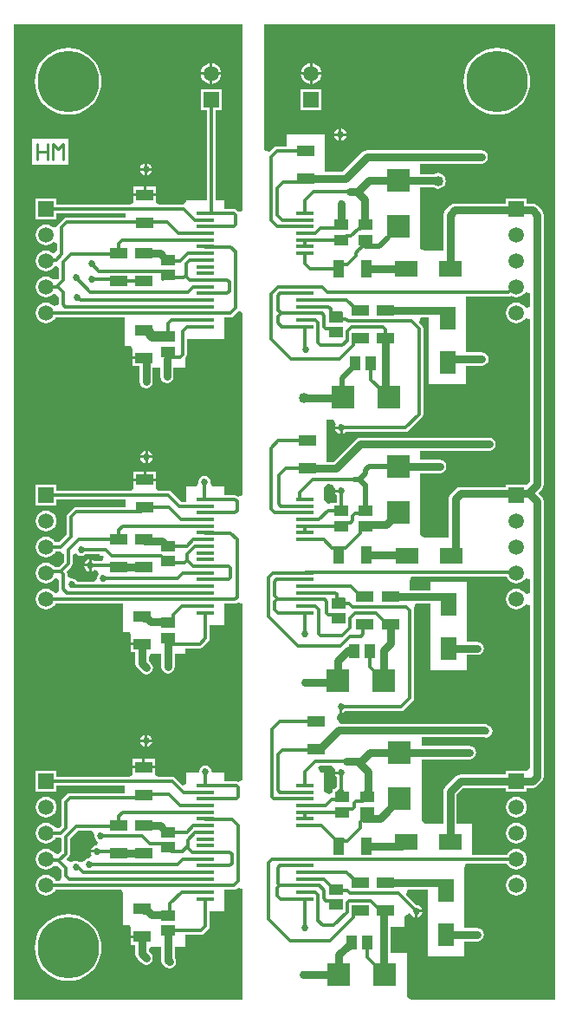
<source format=gtl>
G04*
G04 #@! TF.GenerationSoftware,Altium Limited,Altium Designer,20.2.3 (150)*
G04*
G04 Layer_Physical_Order=1*
G04 Layer_Color=255*
%FSLAX25Y25*%
%MOIN*%
G70*
G04*
G04 #@! TF.SameCoordinates,9B11B327-6EB5-4971-87C7-186C775F7969*
G04*
G04*
G04 #@! TF.FilePolarity,Positive*
G04*
G01*
G75*
%ADD12C,0.01000*%
%ADD13R,0.05512X0.04331*%
%ADD14R,0.04331X0.05512*%
%ADD15R,0.09055X0.09055*%
%ADD16R,0.09055X0.09055*%
%ADD17R,0.06693X0.04331*%
%ADD18R,0.06102X0.09055*%
%ADD19R,0.09055X0.06102*%
%ADD20R,0.04331X0.06693*%
%ADD21R,0.06575X0.01772*%
%ADD35C,0.03000*%
%ADD36C,0.01300*%
%ADD37C,0.02000*%
%ADD38C,0.04000*%
%ADD39C,0.05906*%
%ADD40R,0.05906X0.05906*%
%ADD41C,0.23622*%
%ADD42C,0.02700*%
%ADD43C,0.04000*%
G36*
X452500Y100000D02*
X396983D01*
X395386Y100972D01*
Y118028D01*
X389049D01*
Y128020D01*
X394346D01*
Y131800D01*
X396346Y133233D01*
X396786Y133083D01*
X397306Y132306D01*
X398083Y131786D01*
X398500Y131703D01*
Y134000D01*
X399000D01*
Y134500D01*
X401297D01*
X401214Y134917D01*
X400694Y135694D01*
X399917Y136214D01*
X399000Y136396D01*
X398986Y136393D01*
X395113Y140266D01*
X395942Y142266D01*
X403449D01*
Y133437D01*
Y116508D01*
X417551D01*
Y122451D01*
X422500D01*
X423476Y122645D01*
X424302Y123198D01*
X424855Y124024D01*
X425049Y125000D01*
X424855Y125976D01*
X424302Y126802D01*
X423476Y127355D01*
X422500Y127549D01*
X417551D01*
Y133437D01*
Y150492D01*
X417551D01*
X417964Y152321D01*
X433917D01*
X434047Y152007D01*
X434681Y151181D01*
X435507Y150547D01*
X436468Y150149D01*
X437500Y150013D01*
X438532Y150149D01*
X439493Y150547D01*
X440319Y151181D01*
X440953Y152007D01*
X441351Y152968D01*
X441487Y154000D01*
X441351Y155032D01*
X440953Y155993D01*
X440319Y156819D01*
X439493Y157453D01*
X438532Y157851D01*
X437500Y157987D01*
X436468Y157851D01*
X435507Y157453D01*
X434681Y156819D01*
X434047Y155993D01*
X433920Y155686D01*
X420492D01*
Y167551D01*
X414514D01*
Y178909D01*
X417056Y181451D01*
X433547D01*
Y180047D01*
X441453D01*
Y181451D01*
X443743D01*
X444718Y181645D01*
X445545Y182198D01*
X447302Y183955D01*
X447855Y184782D01*
X448049Y185757D01*
Y291500D01*
X447855Y292476D01*
X447302Y293302D01*
X445855Y294750D01*
X447302Y296198D01*
X447855Y297024D01*
X448049Y298000D01*
Y401743D01*
X447855Y402718D01*
X447302Y403545D01*
X445545Y405302D01*
X444718Y405855D01*
X443743Y406049D01*
X441453D01*
Y407953D01*
X433547D01*
Y406049D01*
X413757D01*
X412782Y405855D01*
X411955Y405302D01*
X410198Y403545D01*
X409645Y402718D01*
X409451Y401743D01*
Y388051D01*
X402294D01*
X400528Y388614D01*
Y405669D01*
X400528D01*
Y406331D01*
X400528D01*
Y412309D01*
X405637D01*
X405849Y412146D01*
X406579Y411844D01*
X407362Y411741D01*
X408146Y411844D01*
X408875Y412146D01*
X409502Y412627D01*
X409983Y413254D01*
X410285Y413983D01*
X410388Y414767D01*
X410285Y415550D01*
X409983Y416280D01*
X409502Y416906D01*
X408875Y417387D01*
X408146Y417690D01*
X407362Y417793D01*
X406579Y417690D01*
X405898Y417407D01*
X400528D01*
Y421451D01*
X424000D01*
X424975Y421645D01*
X425802Y422198D01*
X426355Y423025D01*
X426549Y424000D01*
X426355Y424975D01*
X425802Y425802D01*
X424975Y426355D01*
X424000Y426549D01*
X380006D01*
X379030Y426355D01*
X378203Y425802D01*
X370635Y418234D01*
X363846D01*
Y420150D01*
Y432480D01*
X349153D01*
Y427997D01*
X345315D01*
X345315Y427997D01*
X344671Y427869D01*
X344125Y427505D01*
X342500Y425879D01*
X340500Y426708D01*
Y475000D01*
X452500D01*
Y100000D01*
D02*
G37*
G36*
X332000Y403404D02*
X331270Y402993D01*
X330500Y402855D01*
X329928Y403427D01*
X329382Y403792D01*
X328738Y403920D01*
X325134D01*
Y407138D01*
X321682D01*
Y442047D01*
X323953D01*
Y449953D01*
X316047D01*
Y442047D01*
X318318D01*
Y407138D01*
X310559D01*
Y406944D01*
X309500Y405682D01*
X300153D01*
X298847Y406150D01*
X298847Y407182D01*
Y408815D01*
X290154D01*
Y407182D01*
X290154Y406150D01*
X288847Y405682D01*
X260453D01*
Y407953D01*
X252547D01*
Y400047D01*
X260453D01*
Y402318D01*
X287154D01*
Y400682D01*
X264500D01*
X264500Y400682D01*
X263856Y400554D01*
X263310Y400190D01*
X263310Y400190D01*
X261310Y398190D01*
X260946Y397644D01*
X260870Y397262D01*
X260145Y396919D01*
X259319Y396819D01*
X258493Y397453D01*
X257532Y397851D01*
X256500Y397987D01*
X255468Y397851D01*
X254507Y397453D01*
X253681Y396819D01*
X253047Y395993D01*
X252649Y395032D01*
X252513Y394000D01*
X252649Y392968D01*
X253047Y392007D01*
X253681Y391181D01*
X254507Y390547D01*
X255468Y390149D01*
X256500Y390013D01*
X257532Y390149D01*
X258493Y390547D01*
X259319Y391181D01*
X260818Y390670D01*
Y387971D01*
X259535Y386805D01*
X259319Y386819D01*
X258493Y387453D01*
X257532Y387851D01*
X256500Y387987D01*
X255468Y387851D01*
X254507Y387453D01*
X253681Y386819D01*
X253047Y385993D01*
X252649Y385032D01*
X252513Y384000D01*
X252649Y382968D01*
X253047Y382007D01*
X253681Y381181D01*
X254507Y380547D01*
X255468Y380149D01*
X256500Y380013D01*
X257532Y380149D01*
X258493Y380547D01*
X259319Y381181D01*
X259818Y381831D01*
X260436Y381796D01*
X261292Y381423D01*
X261318Y381384D01*
Y377197D01*
X261093Y376972D01*
X259319Y376819D01*
X258493Y377453D01*
X257532Y377851D01*
X256500Y377987D01*
X255468Y377851D01*
X254507Y377453D01*
X253681Y376819D01*
X253047Y375993D01*
X252649Y375032D01*
X252513Y374000D01*
X252649Y372968D01*
X253047Y372007D01*
X253681Y371181D01*
X254507Y370547D01*
X255468Y370149D01*
X256500Y370013D01*
X257532Y370149D01*
X258493Y370547D01*
X259319Y371181D01*
X259818Y371237D01*
X261318Y369898D01*
Y367210D01*
X259900Y366724D01*
X259414Y366709D01*
X259389Y366728D01*
X259319Y366819D01*
X258493Y367453D01*
X257532Y367851D01*
X256500Y367987D01*
X255468Y367851D01*
X254507Y367453D01*
X253681Y366819D01*
X253047Y365993D01*
X252649Y365032D01*
X252513Y364000D01*
X252649Y362968D01*
X253047Y362007D01*
X253681Y361181D01*
X254507Y360547D01*
X255468Y360149D01*
X256500Y360013D01*
X257532Y360149D01*
X258493Y360547D01*
X259319Y361181D01*
X259953Y362007D01*
X260026Y362184D01*
X286653D01*
Y351150D01*
X289169D01*
X289653Y349850D01*
X289653D01*
Y347185D01*
X294000D01*
Y346185D01*
X289653D01*
Y343520D01*
X292451D01*
Y337500D01*
X292645Y336525D01*
X293198Y335698D01*
X294024Y335145D01*
X295000Y334951D01*
X295975Y335145D01*
X296802Y335698D01*
X297355Y336525D01*
X297549Y337500D01*
Y342882D01*
X300451D01*
Y339500D01*
X300645Y338525D01*
X301198Y337698D01*
X302025Y337145D01*
X303000Y336951D01*
X303976Y337145D01*
X304802Y337698D01*
X305355Y338525D01*
X305549Y339500D01*
Y342882D01*
X310256D01*
Y346910D01*
X310554Y347356D01*
X310682Y348000D01*
Y353862D01*
X325134D01*
Y356421D01*
Y358980D01*
Y362161D01*
X327343D01*
X327987Y362289D01*
X328533Y362653D01*
X330500Y364621D01*
X331270Y364483D01*
X332000Y364072D01*
Y293968D01*
X330500Y293346D01*
X330428Y293418D01*
X329882Y293783D01*
X329239Y293911D01*
X325134D01*
Y297138D01*
X320886D01*
X320613Y297358D01*
X319824Y298638D01*
X319896Y299000D01*
X319714Y299917D01*
X319194Y300694D01*
X318417Y301214D01*
X317500Y301396D01*
X316583Y301214D01*
X315806Y300694D01*
X315286Y299917D01*
X315104Y299000D01*
X315176Y298638D01*
X314387Y297358D01*
X314114Y297138D01*
X310559D01*
Y291399D01*
X308481D01*
X304690Y295190D01*
X304144Y295554D01*
X303500Y295682D01*
X299946D01*
X298847Y296650D01*
X298847Y297182D01*
Y299315D01*
X290154D01*
Y297182D01*
X290154Y296650D01*
X289054Y295682D01*
X260453D01*
Y297953D01*
X252547D01*
Y290047D01*
X260453D01*
Y292318D01*
X287154D01*
Y289352D01*
X268170D01*
X267526Y289224D01*
X266980Y288859D01*
X264810Y286690D01*
X264446Y286144D01*
X264318Y285500D01*
Y278697D01*
X261467Y275847D01*
X260412Y275949D01*
X259939Y276011D01*
X259319Y276819D01*
X258493Y277453D01*
X257532Y277851D01*
X256500Y277987D01*
X255468Y277851D01*
X254507Y277453D01*
X253681Y276819D01*
X253047Y275993D01*
X252649Y275032D01*
X252513Y274000D01*
X252649Y272968D01*
X253047Y272007D01*
X253681Y271181D01*
X254507Y270547D01*
X255468Y270149D01*
X256500Y270013D01*
X257532Y270149D01*
X258493Y270547D01*
X259319Y271181D01*
X259953Y272007D01*
X260082Y272318D01*
X262000D01*
X263259Y271277D01*
X263318Y271167D01*
Y268197D01*
X261303Y266182D01*
X259808D01*
X259319Y266819D01*
X258493Y267453D01*
X257532Y267851D01*
X256500Y267987D01*
X255468Y267851D01*
X254507Y267453D01*
X253681Y266819D01*
X253047Y265993D01*
X252649Y265032D01*
X252513Y264000D01*
X252649Y262968D01*
X253047Y262007D01*
X253681Y261181D01*
X254507Y260547D01*
X255468Y260149D01*
X256500Y260013D01*
X257532Y260149D01*
X258493Y260547D01*
X259319Y261181D01*
X259818Y261831D01*
X260436Y261796D01*
X261318Y261412D01*
Y258000D01*
X261446Y257356D01*
X261166Y256948D01*
X260484Y256175D01*
X259794Y256200D01*
X259319Y256819D01*
X258493Y257453D01*
X257532Y257851D01*
X256500Y257987D01*
X255468Y257851D01*
X254507Y257453D01*
X253681Y256819D01*
X253047Y255993D01*
X252649Y255032D01*
X252513Y254000D01*
X252649Y252968D01*
X253047Y252007D01*
X253681Y251181D01*
X254507Y250547D01*
X255468Y250149D01*
X256500Y250013D01*
X257532Y250149D01*
X258493Y250547D01*
X259319Y251181D01*
X259953Y252007D01*
X260036Y252207D01*
X286154D01*
Y241150D01*
X288669D01*
X289154Y239850D01*
X289154D01*
Y237185D01*
X293500D01*
Y236185D01*
X289154D01*
Y233520D01*
X290951D01*
Y229183D01*
X291145Y228207D01*
X291698Y227380D01*
X293286Y225792D01*
X294113Y225239D01*
X295089Y225045D01*
X296064Y225239D01*
X296891Y225792D01*
X297444Y226619D01*
X297638Y227594D01*
X297444Y228569D01*
X296891Y229396D01*
X296049Y230239D01*
Y231670D01*
X296744Y232882D01*
X300951D01*
Y228000D01*
X301145Y227025D01*
X301698Y226198D01*
X302524Y225645D01*
X303500Y225451D01*
X304475Y225645D01*
X305302Y226198D01*
X305855Y227025D01*
X306049Y228000D01*
Y232882D01*
X310256D01*
Y235003D01*
X315685D01*
X316329Y235131D01*
X316875Y235495D01*
X319036Y237657D01*
X319036Y237657D01*
X319401Y238203D01*
X319529Y238846D01*
X319529Y238846D01*
Y243862D01*
X325134D01*
Y246421D01*
Y248980D01*
Y252207D01*
X329239D01*
X329882Y252335D01*
X330428Y252700D01*
X330500Y252772D01*
X332000Y252150D01*
Y184468D01*
X331724Y184197D01*
X330500Y183704D01*
X330382Y183783D01*
X329738Y183911D01*
X325134D01*
Y187138D01*
X320649D01*
X320232Y187645D01*
X320050Y188562D01*
X319530Y189339D01*
X318753Y189859D01*
X317836Y190041D01*
X316919Y189859D01*
X316142Y189339D01*
X315622Y188562D01*
X315440Y187645D01*
X315024Y187138D01*
X310559D01*
Y183015D01*
X309059Y182393D01*
X306263Y185190D01*
X305717Y185554D01*
X305073Y185682D01*
X299653D01*
X298346Y186150D01*
X298346Y187182D01*
Y188815D01*
X289653D01*
Y187182D01*
X289653Y186150D01*
X288347Y185682D01*
X260453D01*
Y187953D01*
X252547D01*
Y180047D01*
X260453D01*
Y182318D01*
X286653D01*
Y179383D01*
X265742D01*
X265742Y179383D01*
X265098Y179255D01*
X264552Y178890D01*
X264552Y178890D01*
X262810Y177148D01*
X262446Y176603D01*
X262318Y175959D01*
Y166964D01*
X261359Y166066D01*
X259787Y166210D01*
X259319Y166819D01*
X258493Y167453D01*
X257532Y167851D01*
X256500Y167987D01*
X255468Y167851D01*
X254507Y167453D01*
X253681Y166819D01*
X253047Y165993D01*
X252649Y165032D01*
X252513Y164000D01*
X252649Y162968D01*
X253047Y162007D01*
X253681Y161181D01*
X254507Y160547D01*
X255468Y160149D01*
X256500Y160013D01*
X257532Y160149D01*
X258493Y160547D01*
X259319Y161181D01*
X259953Y162007D01*
X260082Y162318D01*
X262000D01*
X262318Y162057D01*
Y157160D01*
X261232Y156088D01*
X259739Y156272D01*
X259319Y156819D01*
X258493Y157453D01*
X257532Y157851D01*
X256500Y157987D01*
X255468Y157851D01*
X254507Y157453D01*
X253681Y156819D01*
X253047Y155993D01*
X252649Y155032D01*
X252513Y154000D01*
X252649Y152968D01*
X253047Y152007D01*
X253681Y151181D01*
X254507Y150547D01*
X255468Y150149D01*
X256500Y150013D01*
X257532Y150149D01*
X258493Y150547D01*
X259319Y151181D01*
X261097Y151274D01*
X262318Y150053D01*
Y147761D01*
X262446Y147118D01*
X262476Y147072D01*
X261813Y145572D01*
X260127D01*
X259953Y145993D01*
X259319Y146819D01*
X258493Y147453D01*
X257532Y147851D01*
X256500Y147987D01*
X255468Y147851D01*
X254507Y147453D01*
X253681Y146819D01*
X253047Y145993D01*
X252649Y145032D01*
X252513Y144000D01*
X252649Y142968D01*
X253047Y142007D01*
X253681Y141181D01*
X254507Y140547D01*
X255468Y140149D01*
X256500Y140013D01*
X257532Y140149D01*
X258493Y140547D01*
X259319Y141181D01*
X259953Y142007D01*
X260036Y142207D01*
X285494D01*
X286154Y140980D01*
Y128650D01*
X288669D01*
X289154Y127350D01*
X289154D01*
Y124685D01*
X293500D01*
Y123685D01*
X289154D01*
Y121020D01*
X290951D01*
Y117500D01*
X291145Y116525D01*
X291698Y115698D01*
X293198Y114198D01*
X294024Y113645D01*
X295000Y113451D01*
X295975Y113645D01*
X296802Y114198D01*
X297355Y115024D01*
X297549Y116000D01*
X297355Y116975D01*
X296802Y117802D01*
X296049Y118556D01*
Y119170D01*
X296744Y120382D01*
X300951D01*
Y115000D01*
X301145Y114024D01*
X301698Y113198D01*
X302198Y112698D01*
X303025Y112145D01*
X304000Y111951D01*
X304976Y112145D01*
X305802Y112698D01*
X306355Y113524D01*
X306549Y114500D01*
X306355Y115475D01*
X306049Y115933D01*
Y120382D01*
X310256D01*
Y124818D01*
X316000D01*
X316644Y124946D01*
X317190Y125310D01*
X319036Y127157D01*
X319036Y127157D01*
X319401Y127703D01*
X319529Y128347D01*
Y133862D01*
X325134D01*
Y136421D01*
Y138980D01*
Y142207D01*
X328889D01*
X329533Y142335D01*
X330079Y142700D01*
X330500Y143121D01*
X332000Y142499D01*
Y100000D01*
X244000D01*
Y475000D01*
X332000D01*
Y403404D01*
D02*
G37*
G36*
X442951Y371605D02*
Y366395D01*
X440953Y365993D01*
X440319Y366819D01*
X439493Y367453D01*
X438532Y367851D01*
X437500Y367987D01*
X436468Y367851D01*
X435507Y367453D01*
X434681Y366819D01*
X434047Y365993D01*
X433649Y365032D01*
X433513Y364000D01*
X433649Y362968D01*
X434047Y362007D01*
X434681Y361181D01*
X435507Y360547D01*
X436468Y360149D01*
X437500Y360013D01*
X438532Y360149D01*
X439493Y360547D01*
X440319Y361181D01*
X440953Y362007D01*
X442951Y361605D01*
Y299164D01*
X441453Y297953D01*
X433547D01*
Y297049D01*
X416000D01*
X415025Y296855D01*
X414198Y296302D01*
X412198Y294302D01*
X411645Y293476D01*
X411451Y292500D01*
Y277551D01*
X402087D01*
X400528Y278614D01*
Y295669D01*
X400528D01*
Y296331D01*
X400528D01*
Y302451D01*
X408000D01*
X408976Y302645D01*
X409802Y303198D01*
X410355Y304025D01*
X410549Y305000D01*
X410355Y305976D01*
X409802Y306802D01*
X408976Y307355D01*
X408000Y307549D01*
X400528D01*
Y310951D01*
X427000D01*
X427976Y311145D01*
X428802Y311698D01*
X429355Y312525D01*
X429549Y313500D01*
X429355Y314475D01*
X428802Y315302D01*
X427976Y315855D01*
X427000Y316049D01*
X377500D01*
X376524Y315855D01*
X375698Y315302D01*
X367129Y306734D01*
X364347D01*
Y308650D01*
Y320980D01*
X364347D01*
X364366Y322972D01*
X367140D01*
X367146Y322966D01*
X368026Y320972D01*
X367950Y320859D01*
X367867Y320442D01*
X370164D01*
Y319942D01*
X370664D01*
Y317645D01*
X371081Y317728D01*
X371858Y318248D01*
X371866Y318260D01*
X394942D01*
X395586Y318388D01*
X396131Y318752D01*
X401190Y323810D01*
X401554Y324356D01*
X401682Y325000D01*
X401682Y325000D01*
Y358000D01*
X401682Y358000D01*
X401554Y358644D01*
X401190Y359190D01*
X400113Y360266D01*
X400942Y362266D01*
X403949D01*
Y353437D01*
Y336508D01*
X418051D01*
Y343764D01*
X424266D01*
X425241Y343958D01*
X426068Y344511D01*
X426621Y345338D01*
X426815Y346313D01*
X426621Y347289D01*
X426068Y348116D01*
X425241Y348668D01*
X424266Y348862D01*
X418051D01*
Y353437D01*
Y370277D01*
X434459D01*
X435103Y370405D01*
X435418Y370615D01*
X435507Y370547D01*
X436468Y370149D01*
X437500Y370013D01*
X438532Y370149D01*
X439493Y370547D01*
X440319Y371181D01*
X440953Y372007D01*
X442951Y371605D01*
D02*
G37*
G36*
X366672Y297984D02*
X367761Y296290D01*
X367703Y296000D01*
X370000D01*
Y295000D01*
X367703D01*
X367786Y294583D01*
X368306Y293806D01*
X368318Y293798D01*
Y291118D01*
X366244D01*
Y291118D01*
X365238Y290729D01*
X363441Y292132D01*
Y296857D01*
X365008Y298183D01*
X366672Y297984D01*
D02*
G37*
G36*
X268306Y271306D02*
X269083Y270786D01*
X270000Y270604D01*
X270917Y270786D01*
X271694Y271306D01*
X271702Y271318D01*
X277153D01*
Y270650D01*
X278576D01*
X278873Y270182D01*
X278051Y268682D01*
X275202D01*
X275194Y268694D01*
X274417Y269214D01*
X274000Y269297D01*
Y267000D01*
Y264703D01*
X274417Y264786D01*
X275138Y265268D01*
X276167Y265067D01*
X276531Y264285D01*
X276728Y263579D01*
X276286Y262917D01*
X276104Y262000D01*
X274898Y260667D01*
X268547D01*
X268194Y261194D01*
X267417Y261714D01*
X266500Y261896D01*
X266182Y261833D01*
X264877Y262656D01*
X264682Y262916D01*
Y263500D01*
X264554Y264144D01*
X264341Y264462D01*
X266190Y266310D01*
X266554Y266856D01*
X266682Y267500D01*
Y271035D01*
X268182Y271490D01*
X268306Y271306D01*
D02*
G37*
G36*
X434047Y262007D02*
X434681Y261181D01*
X435507Y260547D01*
X436468Y260149D01*
X437500Y260013D01*
X438532Y260149D01*
X439493Y260547D01*
X440319Y261181D01*
X440953Y262007D01*
X442951Y261605D01*
Y256395D01*
X440953Y255993D01*
X440319Y256819D01*
X439493Y257453D01*
X438532Y257851D01*
X437500Y257987D01*
X436468Y257851D01*
X435507Y257453D01*
X434681Y256819D01*
X434047Y255993D01*
X433649Y255032D01*
X433513Y254000D01*
X433649Y252968D01*
X434047Y252007D01*
X434681Y251181D01*
X435507Y250547D01*
X436468Y250149D01*
X437500Y250013D01*
X438532Y250149D01*
X439493Y250547D01*
X440319Y251181D01*
X440953Y252007D01*
X442951Y251605D01*
Y189164D01*
X441453Y187953D01*
X433547D01*
Y186549D01*
X416000D01*
X415025Y186355D01*
X414198Y185802D01*
X410162Y181767D01*
X409610Y180940D01*
X409416Y179965D01*
Y167551D01*
X402587D01*
X401028Y168614D01*
Y185669D01*
X401028D01*
Y186331D01*
X401028D01*
Y192451D01*
X419500D01*
X420475Y192645D01*
X421302Y193198D01*
X421855Y194025D01*
X422049Y195000D01*
X421855Y195975D01*
X421302Y196802D01*
X420475Y197355D01*
X419500Y197549D01*
X401028D01*
Y200951D01*
X425000D01*
X425034Y200958D01*
X425932Y200779D01*
X426849Y200962D01*
X427627Y201481D01*
X428146Y202258D01*
X428329Y203175D01*
X428146Y204092D01*
X427627Y204870D01*
X426849Y205389D01*
X426598Y205439D01*
X425976Y205855D01*
X425000Y206049D01*
X369696D01*
X368391Y207798D01*
X368773Y209467D01*
X369500Y209919D01*
Y212500D01*
X370500D01*
Y210203D01*
X370917Y210286D01*
X371694Y210806D01*
X371702Y210818D01*
X393000D01*
X393644Y210946D01*
X394190Y211310D01*
X397651Y214772D01*
X398016Y215318D01*
X398144Y215962D01*
Y249538D01*
X398016Y250182D01*
X397960Y250266D01*
X398478Y251713D01*
X398942Y252266D01*
X404449D01*
Y243437D01*
Y226508D01*
X418551D01*
Y232487D01*
X422465D01*
X423440Y232681D01*
X424267Y233233D01*
X424820Y234060D01*
X425014Y235035D01*
X424820Y236011D01*
X424267Y236838D01*
X423440Y237390D01*
X422465Y237584D01*
X418551D01*
Y243437D01*
Y260492D01*
X404449D01*
Y257364D01*
X396346D01*
Y260980D01*
X397219Y262619D01*
X433794D01*
X434047Y262007D01*
D02*
G37*
G36*
X367644Y188295D02*
X367770Y187818D01*
X367732Y187630D01*
X370029D01*
Y186630D01*
X367732D01*
X367815Y186213D01*
X368335Y185436D01*
X368347Y185428D01*
Y181650D01*
X368129Y181504D01*
X368129Y181504D01*
X367743Y181118D01*
X366744D01*
Y180615D01*
X366629Y179704D01*
X365562Y179022D01*
X363476Y179869D01*
X363441Y180087D01*
Y187138D01*
X362136D01*
X361136Y189138D01*
X361646Y189818D01*
X366593D01*
X367644Y188295D01*
D02*
G37*
G36*
X274344Y164623D02*
X275167Y163318D01*
X275104Y163000D01*
X275286Y162083D01*
X275806Y161306D01*
X276583Y160786D01*
X276241Y159348D01*
X276000Y159396D01*
X275083Y159214D01*
X274306Y158694D01*
X273786Y157917D01*
X273703Y157500D01*
X276000D01*
Y156500D01*
X273703D01*
X273786Y156083D01*
X274028Y155721D01*
X273246Y154347D01*
X273000Y154396D01*
X272083Y154214D01*
X271306Y153694D01*
X271068Y153338D01*
X270218Y152940D01*
X269269Y152978D01*
X268917Y153214D01*
X268000Y153396D01*
X267083Y153214D01*
X266526Y152842D01*
X264931Y153130D01*
X264496Y154117D01*
X265190Y154810D01*
X265190Y154810D01*
X265554Y155356D01*
X265682Y156000D01*
Y161803D01*
X268697Y164818D01*
X274084D01*
X274344Y164623D01*
D02*
G37*
%LPC*%
G36*
X359000Y459921D02*
Y456500D01*
X362421D01*
X362351Y457032D01*
X361953Y457993D01*
X361319Y458819D01*
X360493Y459453D01*
X359532Y459851D01*
X359000Y459921D01*
D02*
G37*
G36*
X358000D02*
X357468Y459851D01*
X356507Y459453D01*
X355681Y458819D01*
X355047Y457993D01*
X354649Y457032D01*
X354579Y456500D01*
X358000D01*
Y459921D01*
D02*
G37*
G36*
X362421Y455500D02*
X359000D01*
Y452079D01*
X359532Y452149D01*
X360493Y452547D01*
X361319Y453181D01*
X361953Y454007D01*
X362351Y454968D01*
X362421Y455500D01*
D02*
G37*
G36*
X358000D02*
X354579D01*
X354649Y454968D01*
X355047Y454007D01*
X355681Y453181D01*
X356507Y452547D01*
X357468Y452149D01*
X358000Y452079D01*
Y455500D01*
D02*
G37*
G36*
X362453Y449953D02*
X354547D01*
Y442047D01*
X362453D01*
Y449953D01*
D02*
G37*
G36*
X430000Y465851D02*
X427990Y465692D01*
X426029Y465222D01*
X424166Y464450D01*
X422447Y463396D01*
X420913Y462087D01*
X419604Y460553D01*
X418550Y458834D01*
X417778Y456971D01*
X417308Y455010D01*
X417149Y453000D01*
X417308Y450990D01*
X417778Y449029D01*
X418550Y447166D01*
X419604Y445447D01*
X420913Y443913D01*
X422447Y442604D01*
X424166Y441550D01*
X426029Y440778D01*
X427990Y440308D01*
X430000Y440149D01*
X432010Y440308D01*
X433971Y440778D01*
X435834Y441550D01*
X437553Y442604D01*
X439087Y443913D01*
X440396Y445447D01*
X441450Y447166D01*
X442222Y449029D01*
X442692Y450990D01*
X442851Y453000D01*
X442692Y455010D01*
X442222Y456971D01*
X441450Y458834D01*
X440396Y460553D01*
X439087Y462087D01*
X437553Y463396D01*
X435834Y464450D01*
X433971Y465222D01*
X432010Y465692D01*
X430000Y465851D01*
D02*
G37*
G36*
X370250Y434797D02*
Y433000D01*
X372047D01*
X371964Y433417D01*
X371444Y434194D01*
X370667Y434714D01*
X370250Y434797D01*
D02*
G37*
G36*
X369250D02*
X368833Y434714D01*
X368056Y434194D01*
X367536Y433417D01*
X367453Y433000D01*
X369250D01*
Y434797D01*
D02*
G37*
G36*
X372047Y432000D02*
X370250D01*
Y430203D01*
X370667Y430286D01*
X371444Y430806D01*
X371964Y431583D01*
X372047Y432000D01*
D02*
G37*
G36*
X369250D02*
X367453D01*
X367536Y431583D01*
X368056Y430806D01*
X368833Y430286D01*
X369250Y430203D01*
Y432000D01*
D02*
G37*
G36*
X437500Y177987D02*
X436468Y177851D01*
X435507Y177453D01*
X434681Y176819D01*
X434047Y175993D01*
X433649Y175032D01*
X433513Y174000D01*
X433649Y172968D01*
X434047Y172007D01*
X434681Y171181D01*
X435507Y170547D01*
X436468Y170149D01*
X437500Y170013D01*
X438532Y170149D01*
X439493Y170547D01*
X440319Y171181D01*
X440953Y172007D01*
X441351Y172968D01*
X441487Y174000D01*
X441351Y175032D01*
X440953Y175993D01*
X440319Y176819D01*
X439493Y177453D01*
X438532Y177851D01*
X437500Y177987D01*
D02*
G37*
G36*
Y167987D02*
X436468Y167851D01*
X435507Y167453D01*
X434681Y166819D01*
X434047Y165993D01*
X433649Y165032D01*
X433513Y164000D01*
X433649Y162968D01*
X434047Y162007D01*
X434681Y161181D01*
X435507Y160547D01*
X436468Y160149D01*
X437500Y160013D01*
X438532Y160149D01*
X439493Y160547D01*
X440319Y161181D01*
X440953Y162007D01*
X441351Y162968D01*
X441487Y164000D01*
X441351Y165032D01*
X440953Y165993D01*
X440319Y166819D01*
X439493Y167453D01*
X438532Y167851D01*
X437500Y167987D01*
D02*
G37*
G36*
Y147987D02*
X436468Y147851D01*
X435507Y147453D01*
X434681Y146819D01*
X434047Y145993D01*
X433649Y145032D01*
X433513Y144000D01*
X433649Y142968D01*
X434047Y142007D01*
X434681Y141181D01*
X435507Y140547D01*
X436468Y140149D01*
X437500Y140013D01*
X438532Y140149D01*
X439493Y140547D01*
X440319Y141181D01*
X440953Y142007D01*
X441351Y142968D01*
X441487Y144000D01*
X441351Y145032D01*
X440953Y145993D01*
X440319Y146819D01*
X439493Y147453D01*
X438532Y147851D01*
X437500Y147987D01*
D02*
G37*
G36*
X401297Y133500D02*
X399500D01*
Y131703D01*
X399917Y131786D01*
X400694Y132306D01*
X401214Y133083D01*
X401297Y133500D01*
D02*
G37*
G36*
X320500Y459921D02*
Y456500D01*
X323921D01*
X323851Y457032D01*
X323453Y457993D01*
X322819Y458819D01*
X321993Y459453D01*
X321032Y459851D01*
X320500Y459921D01*
D02*
G37*
G36*
X319500D02*
X318968Y459851D01*
X318007Y459453D01*
X317181Y458819D01*
X316547Y457993D01*
X316149Y457032D01*
X316079Y456500D01*
X319500D01*
Y459921D01*
D02*
G37*
G36*
X323921Y455500D02*
X320500D01*
Y452079D01*
X321032Y452149D01*
X321993Y452547D01*
X322819Y453181D01*
X323453Y454007D01*
X323851Y454968D01*
X323921Y455500D01*
D02*
G37*
G36*
X319500D02*
X316079D01*
X316149Y454968D01*
X316547Y454007D01*
X317181Y453181D01*
X318007Y452547D01*
X318968Y452149D01*
X319500Y452079D01*
Y455500D01*
D02*
G37*
G36*
X265000Y465851D02*
X262990Y465692D01*
X261029Y465222D01*
X259166Y464450D01*
X257447Y463396D01*
X255913Y462087D01*
X254604Y460553D01*
X253550Y458834D01*
X252778Y456971D01*
X252308Y455010D01*
X252149Y453000D01*
X252308Y450990D01*
X252778Y449029D01*
X253550Y447166D01*
X254604Y445447D01*
X255913Y443913D01*
X257447Y442604D01*
X259166Y441550D01*
X261029Y440778D01*
X262990Y440308D01*
X265000Y440149D01*
X267010Y440308D01*
X268971Y440778D01*
X270834Y441550D01*
X272553Y442604D01*
X274087Y443913D01*
X275396Y445447D01*
X276450Y447166D01*
X277222Y449029D01*
X277692Y450990D01*
X277851Y453000D01*
X277692Y455010D01*
X277222Y456971D01*
X276450Y458834D01*
X275396Y460553D01*
X274087Y462087D01*
X272553Y463396D01*
X270834Y464450D01*
X268971Y465222D01*
X267010Y465692D01*
X265000Y465851D01*
D02*
G37*
G36*
X264997Y430998D02*
X251000D01*
Y421000D01*
X264997D01*
Y430998D01*
D02*
G37*
G36*
X295470Y421457D02*
Y419660D01*
X297266D01*
X297183Y420077D01*
X296664Y420855D01*
X295887Y421374D01*
X295470Y421457D01*
D02*
G37*
G36*
X294470D02*
X294053Y421374D01*
X293275Y420855D01*
X292756Y420077D01*
X292673Y419660D01*
X294470D01*
Y421457D01*
D02*
G37*
G36*
X297266Y418660D02*
X295470D01*
Y416864D01*
X295887Y416947D01*
X296664Y417466D01*
X297183Y418243D01*
X297266Y418660D01*
D02*
G37*
G36*
X294470D02*
X292673D01*
X292756Y418243D01*
X293275Y417466D01*
X294053Y416947D01*
X294470Y416864D01*
Y418660D01*
D02*
G37*
G36*
X298847Y412480D02*
X295000D01*
Y409815D01*
X298847D01*
Y412480D01*
D02*
G37*
G36*
X294000D02*
X290154D01*
Y409815D01*
X294000D01*
Y412480D01*
D02*
G37*
G36*
X295654Y310965D02*
Y309168D01*
X297450D01*
X297367Y309585D01*
X296848Y310362D01*
X296071Y310882D01*
X295654Y310965D01*
D02*
G37*
G36*
X294654D02*
X294237Y310882D01*
X293460Y310362D01*
X292940Y309585D01*
X292857Y309168D01*
X294654D01*
Y310965D01*
D02*
G37*
G36*
X297450Y308168D02*
X295654D01*
Y306372D01*
X296071Y306454D01*
X296848Y306974D01*
X297367Y307751D01*
X297450Y308168D01*
D02*
G37*
G36*
X294654D02*
X292857D01*
X292940Y307751D01*
X293460Y306974D01*
X294237Y306454D01*
X294654Y306372D01*
Y308168D01*
D02*
G37*
G36*
X295154Y303018D02*
X295000Y302987D01*
Y300315D01*
X298847D01*
Y302980D01*
X295342D01*
X295154Y303018D01*
D02*
G37*
G36*
X294000Y302980D02*
X290154D01*
Y300315D01*
X294000D01*
Y302980D01*
D02*
G37*
G36*
X256500Y287987D02*
X255468Y287851D01*
X254507Y287453D01*
X253681Y286819D01*
X253047Y285993D01*
X252649Y285032D01*
X252513Y284000D01*
X252649Y282968D01*
X253047Y282007D01*
X253681Y281181D01*
X254507Y280547D01*
X255468Y280149D01*
X256500Y280013D01*
X257532Y280149D01*
X258493Y280547D01*
X259319Y281181D01*
X259953Y282007D01*
X260351Y282968D01*
X260487Y284000D01*
X260351Y285032D01*
X259953Y285993D01*
X259319Y286819D01*
X258493Y287453D01*
X257532Y287851D01*
X256500Y287987D01*
D02*
G37*
G36*
X295500Y201797D02*
Y200000D01*
X297297D01*
X297214Y200417D01*
X296694Y201194D01*
X295917Y201714D01*
X295500Y201797D01*
D02*
G37*
G36*
X294500D02*
X294083Y201714D01*
X293306Y201194D01*
X292786Y200417D01*
X292703Y200000D01*
X294500D01*
Y201797D01*
D02*
G37*
G36*
X297297Y199000D02*
X295500D01*
Y197203D01*
X295917Y197286D01*
X296694Y197806D01*
X297214Y198583D01*
X297297Y199000D01*
D02*
G37*
G36*
X294500D02*
X292703D01*
X292786Y198583D01*
X293306Y197806D01*
X294083Y197286D01*
X294500Y197203D01*
Y199000D01*
D02*
G37*
G36*
X295000Y192529D02*
X294754Y192480D01*
X294500D01*
Y189815D01*
X298346D01*
Y192480D01*
X295246D01*
X295000Y192529D01*
D02*
G37*
G36*
X293500Y192480D02*
X289653D01*
Y189815D01*
X293500D01*
Y192480D01*
D02*
G37*
G36*
X256500Y177987D02*
X255468Y177851D01*
X254507Y177453D01*
X253681Y176819D01*
X253047Y175993D01*
X252649Y175032D01*
X252513Y174000D01*
X252649Y172968D01*
X253047Y172007D01*
X253681Y171181D01*
X254507Y170547D01*
X255468Y170149D01*
X256500Y170013D01*
X257532Y170149D01*
X258493Y170547D01*
X259319Y171181D01*
X259953Y172007D01*
X260351Y172968D01*
X260487Y174000D01*
X260351Y175032D01*
X259953Y175993D01*
X259319Y176819D01*
X258493Y177453D01*
X257532Y177851D01*
X256500Y177987D01*
D02*
G37*
G36*
X265000Y132851D02*
X262990Y132692D01*
X261029Y132222D01*
X259166Y131450D01*
X257447Y130396D01*
X255913Y129087D01*
X254604Y127553D01*
X253550Y125834D01*
X252778Y123971D01*
X252308Y122010D01*
X252149Y120000D01*
X252308Y117990D01*
X252778Y116029D01*
X253550Y114166D01*
X254604Y112447D01*
X255913Y110913D01*
X257447Y109604D01*
X259166Y108550D01*
X261029Y107778D01*
X262990Y107308D01*
X265000Y107149D01*
X267010Y107308D01*
X268971Y107778D01*
X270834Y108550D01*
X272553Y109604D01*
X274087Y110913D01*
X275396Y112447D01*
X276450Y114166D01*
X277222Y116029D01*
X277692Y117990D01*
X277851Y120000D01*
X277692Y122010D01*
X277222Y123971D01*
X276450Y125834D01*
X275396Y127553D01*
X274087Y129087D01*
X272553Y130396D01*
X270834Y131450D01*
X268971Y132222D01*
X267010Y132692D01*
X265000Y132851D01*
D02*
G37*
G36*
X369664Y319442D02*
X367867D01*
X367950Y319025D01*
X368470Y318248D01*
X369247Y317728D01*
X369664Y317645D01*
Y319442D01*
D02*
G37*
G36*
X273000Y269297D02*
X272583Y269214D01*
X271806Y268694D01*
X271286Y267917D01*
X271203Y267500D01*
X273000D01*
Y269297D01*
D02*
G37*
G36*
Y266500D02*
X271203D01*
X271286Y266083D01*
X271806Y265306D01*
X272583Y264786D01*
X273000Y264703D01*
Y266500D01*
D02*
G37*
%LPD*%
D12*
X253000Y428998D02*
Y423000D01*
Y425999D01*
X256999D01*
Y428998D01*
Y423000D01*
X258998D02*
Y428998D01*
X260997Y426999D01*
X262997Y428998D01*
Y423000D01*
D13*
X368000Y362453D02*
D03*
Y356547D02*
D03*
X369000Y252453D02*
D03*
Y246547D02*
D03*
X379500Y287953D02*
D03*
Y282047D02*
D03*
X368000Y142453D02*
D03*
Y136547D02*
D03*
X303500Y126547D02*
D03*
Y132453D02*
D03*
X380000Y177953D02*
D03*
Y172047D02*
D03*
X370500Y177953D02*
D03*
Y172047D02*
D03*
X303500Y158547D02*
D03*
Y164453D02*
D03*
Y239047D02*
D03*
Y244953D02*
D03*
Y349047D02*
D03*
Y354953D02*
D03*
X379500Y397953D02*
D03*
Y392047D02*
D03*
X370000Y287953D02*
D03*
Y282047D02*
D03*
Y397953D02*
D03*
Y392047D02*
D03*
X303500Y268547D02*
D03*
Y274453D02*
D03*
Y378547D02*
D03*
Y384453D02*
D03*
D14*
X374047Y122000D02*
D03*
X379953D02*
D03*
X375047Y234000D02*
D03*
X380953D02*
D03*
X375547Y344500D02*
D03*
X381453D02*
D03*
D15*
X370642Y331500D02*
D03*
X388358D02*
D03*
X386358Y222500D02*
D03*
X368642D02*
D03*
X386858Y109500D02*
D03*
X369142D02*
D03*
D16*
X392000Y414858D02*
D03*
Y397142D02*
D03*
Y304858D02*
D03*
Y287142D02*
D03*
X392500Y177142D02*
D03*
Y194858D02*
D03*
D17*
X360500Y206815D02*
D03*
Y196185D02*
D03*
X387000Y134185D02*
D03*
Y144815D02*
D03*
X377500D02*
D03*
Y134185D02*
D03*
X293500Y124185D02*
D03*
Y134815D02*
D03*
X284500Y156185D02*
D03*
Y166815D02*
D03*
X294000Y156185D02*
D03*
Y166815D02*
D03*
Y189315D02*
D03*
Y178685D02*
D03*
X294500Y299815D02*
D03*
Y289185D02*
D03*
X284500Y266185D02*
D03*
Y276815D02*
D03*
X294000Y266185D02*
D03*
Y276815D02*
D03*
X356500Y426315D02*
D03*
Y415685D02*
D03*
X387000Y354185D02*
D03*
Y364815D02*
D03*
X294000Y357315D02*
D03*
Y346685D02*
D03*
X294500Y398685D02*
D03*
Y409315D02*
D03*
X284500Y386815D02*
D03*
Y376185D02*
D03*
X294000Y386815D02*
D03*
Y376185D02*
D03*
X377500Y354185D02*
D03*
Y364815D02*
D03*
X357000Y304185D02*
D03*
Y314815D02*
D03*
X379000Y244185D02*
D03*
Y254815D02*
D03*
X389000D02*
D03*
Y244185D02*
D03*
X293500Y247315D02*
D03*
Y236685D02*
D03*
D18*
X410500Y125035D02*
D03*
Y141965D02*
D03*
X411500Y235035D02*
D03*
Y251965D02*
D03*
X411000Y345035D02*
D03*
Y361965D02*
D03*
D19*
X395035Y160500D02*
D03*
X411965D02*
D03*
X395535Y270500D02*
D03*
X412465D02*
D03*
X411965Y381000D02*
D03*
X395035D02*
D03*
D20*
X369185Y159000D02*
D03*
X379815D02*
D03*
X369185Y271000D02*
D03*
X379815D02*
D03*
Y381000D02*
D03*
X369185D02*
D03*
D21*
X317846Y402252D02*
D03*
Y399693D02*
D03*
Y397134D02*
D03*
Y394575D02*
D03*
Y392016D02*
D03*
Y389457D02*
D03*
Y386898D02*
D03*
Y384339D02*
D03*
Y381780D02*
D03*
Y379221D02*
D03*
Y376661D02*
D03*
Y374102D02*
D03*
Y371543D02*
D03*
Y368984D02*
D03*
Y366425D02*
D03*
Y363866D02*
D03*
Y361307D02*
D03*
Y358748D02*
D03*
X356153D02*
D03*
Y361307D02*
D03*
Y363866D02*
D03*
Y366425D02*
D03*
Y368984D02*
D03*
Y371543D02*
D03*
Y374102D02*
D03*
Y386898D02*
D03*
Y389457D02*
D03*
Y392016D02*
D03*
Y394575D02*
D03*
Y397134D02*
D03*
Y399693D02*
D03*
Y402252D02*
D03*
Y138748D02*
D03*
Y143866D02*
D03*
Y151543D02*
D03*
Y146425D02*
D03*
Y174575D02*
D03*
Y182252D02*
D03*
Y179693D02*
D03*
Y177134D02*
D03*
Y172016D02*
D03*
Y169457D02*
D03*
Y166898D02*
D03*
Y154102D02*
D03*
Y148984D02*
D03*
Y141307D02*
D03*
X317846Y138748D02*
D03*
Y141307D02*
D03*
Y143866D02*
D03*
Y146425D02*
D03*
Y148984D02*
D03*
Y151543D02*
D03*
Y154102D02*
D03*
Y156661D02*
D03*
Y159221D02*
D03*
Y161779D02*
D03*
Y164339D02*
D03*
Y166898D02*
D03*
Y169457D02*
D03*
Y172016D02*
D03*
Y174575D02*
D03*
Y177134D02*
D03*
Y179693D02*
D03*
Y182252D02*
D03*
X356153Y248748D02*
D03*
Y253866D02*
D03*
Y261543D02*
D03*
Y256425D02*
D03*
Y284575D02*
D03*
Y292252D02*
D03*
Y289693D02*
D03*
Y287134D02*
D03*
Y282016D02*
D03*
Y279457D02*
D03*
Y276898D02*
D03*
Y264102D02*
D03*
Y258984D02*
D03*
Y251307D02*
D03*
X317846Y248748D02*
D03*
Y251307D02*
D03*
Y253866D02*
D03*
Y256425D02*
D03*
Y258984D02*
D03*
Y261543D02*
D03*
Y264102D02*
D03*
Y266661D02*
D03*
Y269220D02*
D03*
Y271779D02*
D03*
Y274339D02*
D03*
Y276898D02*
D03*
Y279457D02*
D03*
Y282016D02*
D03*
Y284575D02*
D03*
Y287134D02*
D03*
Y289693D02*
D03*
Y292252D02*
D03*
D35*
X416000Y184000D02*
X443743D01*
X411965Y179965D02*
X416000Y184000D01*
X445500Y185757D02*
Y291500D01*
X443743Y184000D02*
X445500Y185757D01*
X437500Y394500D02*
Y395286D01*
Y404000D02*
X438000Y403500D01*
X445500Y298000D02*
Y401743D01*
X443743Y403500D02*
X445500Y401743D01*
X438000Y403500D02*
X443743D01*
X437000D02*
X437500Y404000D01*
X413757Y403500D02*
X437000D01*
X412000Y381035D02*
Y401743D01*
X413757Y403500D01*
X386500Y109858D02*
Y133685D01*
X387000Y134185D01*
Y342500D02*
Y354185D01*
X294000Y166815D02*
X300547D01*
X302909Y164453D01*
X303500D01*
X302909Y274453D02*
X303500D01*
X294000Y276815D02*
X294567Y276248D01*
X301114D01*
X302909Y274453D01*
X294000Y386815D02*
X300547D01*
X302909Y384453D01*
X303500D01*
X376250Y410500D02*
X376500D01*
X373500D02*
X376250D01*
X379000Y398453D02*
Y407750D01*
X376250Y410500D02*
X379000Y407750D01*
X392000Y414858D02*
X407271D01*
X379000Y398453D02*
X379500Y397953D01*
X380858Y414858D02*
X392000D01*
X376500Y410500D02*
X380858Y414858D01*
X376349Y191500D02*
X377675D01*
X381033Y194858D01*
X392500D01*
X376349Y191500D02*
X380349Y187500D01*
Y179689D02*
Y187500D01*
Y178302D02*
Y179689D01*
X372000Y191500D02*
X376349D01*
X380000Y177953D02*
X380349Y178302D01*
X296838Y245158D02*
X302524D01*
X295346Y246650D02*
X296838Y245158D01*
X294165Y246650D02*
X295346D01*
X293500Y247315D02*
X294165Y246650D01*
X303500Y115000D02*
Y126500D01*
X296996Y132500D02*
X303274D01*
X294165Y134150D02*
X295346D01*
X293500Y134815D02*
X294165Y134150D01*
X295346D02*
X296996Y132500D01*
X369142Y109500D02*
Y117142D01*
X372744Y120744D01*
X373382D01*
X374500Y121862D01*
Y122500D01*
X388335Y244185D02*
X389000Y243520D01*
X387819Y244185D02*
X388335D01*
X389000Y237002D02*
Y243520D01*
X386358Y234361D02*
X389000Y237002D01*
X386358Y225500D02*
Y234361D01*
X380953Y234000D02*
X381313Y234361D01*
X380019Y282713D02*
X387571D01*
X392000Y287142D01*
X368642Y230142D02*
X372685Y234185D01*
X368642Y222500D02*
Y230142D01*
X387000Y332858D02*
Y342126D01*
X294500Y299815D02*
X295154Y300469D01*
X294335Y189315D02*
X295000Y189980D01*
X294000Y189315D02*
X294335D01*
X410535Y125000D02*
X422500D01*
X410500Y125035D02*
X410535Y125000D01*
X411500Y235035D02*
X422465D01*
X442500Y294500D02*
X445500Y291500D01*
X437500Y294500D02*
X442000D01*
X445500Y298000D01*
X393358Y195000D02*
X419500D01*
X414000Y292500D02*
X416000Y294500D01*
X414000Y272035D02*
Y292500D01*
X416000Y294500D02*
X437500D01*
X377500Y313500D02*
X427000D01*
X368185Y304185D02*
X377500Y313500D01*
X380006Y424000D02*
X424000D01*
X371691Y415685D02*
X380006Y424000D01*
X303500Y228000D02*
Y236685D01*
Y115000D02*
X304000Y114500D01*
X284500Y156185D02*
X294000D01*
X284500Y266185D02*
X294000D01*
X293500Y117500D02*
Y124185D01*
Y117500D02*
X295000Y116000D01*
X293500Y229183D02*
X295089Y227594D01*
X293500Y229183D02*
Y236685D01*
X295000Y337500D02*
Y345685D01*
X355500Y109500D02*
X369142D01*
X411965Y160500D02*
Y179965D01*
X368996Y203500D02*
X425000D01*
X361681Y196185D02*
X368996Y203500D01*
X387000Y144815D02*
X408099D01*
X378819Y169685D02*
X385043D01*
X379815Y159000D02*
X393535D01*
X385043Y169685D02*
X392500Y177142D01*
X357000Y304185D02*
X368185D01*
X392142Y305000D02*
X408000D01*
X356000Y222000D02*
X366099D01*
X389000Y254815D02*
X409099D01*
X379815Y271000D02*
X395035D01*
X412278Y346313D02*
X424266D01*
X387000Y364815D02*
X408599D01*
X303000Y339500D02*
Y346185D01*
X411965Y381000D02*
X412000Y381035D01*
X356500Y415685D02*
X371691D01*
X370000Y400315D02*
Y406000D01*
X379815Y381000D02*
X393500D01*
X355803Y331423D02*
X370565D01*
D36*
X372194Y368940D02*
X376319Y364815D01*
X366090Y363929D02*
X370067D01*
X376319Y364815D02*
X377500D01*
X366051Y363968D02*
X366090Y363929D01*
X364788Y371959D02*
X434459D01*
X362645Y374102D02*
X364788Y371959D01*
X360301Y368961D02*
X360322Y368940D01*
X434459Y371959D02*
X437000Y374500D01*
X356153Y366425D02*
X365209D01*
X356177Y368961D02*
X360301D01*
X365209Y366425D02*
X366051Y365583D01*
Y363968D02*
Y365583D01*
X360322Y368940D02*
X372194D01*
X328889Y143889D02*
X330500Y145500D01*
X328066Y169433D02*
X330500Y167000D01*
Y145500D02*
Y167000D01*
X317870Y151567D02*
X327238D01*
X317870Y156638D02*
X327238D01*
X328000Y155877D01*
Y152328D02*
Y155877D01*
X327238Y151567D02*
X328000Y152328D01*
X379953Y116405D02*
Y122000D01*
Y116405D02*
X386500Y109858D01*
X381453Y338405D02*
Y344500D01*
Y338405D02*
X387000Y332858D01*
X386611Y342500D02*
X387000D01*
X374327Y173313D02*
X375089Y174075D01*
X372356Y173313D02*
X374327D01*
X375089Y174075D02*
Y175676D01*
X375850Y176437D01*
X378485D01*
X380000Y177953D01*
X371043Y172000D02*
X372356Y173313D01*
X364075Y174575D02*
X366500Y177000D01*
X369547D02*
X370500Y177953D01*
X366500Y177000D02*
X369547D01*
X356153Y174575D02*
X364075D01*
X309000Y157122D02*
X310610Y158731D01*
X301457Y160000D02*
X302909Y158547D01*
X296360Y160000D02*
X298030D01*
X293361Y163000D02*
X296360Y160000D01*
X310610Y158731D02*
X311000Y159122D01*
X298030Y160000D02*
X301457D01*
X298030Y160000D02*
X298030Y160000D01*
X356154Y407281D02*
X359372Y410500D01*
X373500D01*
X392858Y194500D02*
X393358Y195000D01*
X379752Y179689D02*
X380000Y179724D01*
X378017Y179441D02*
X379752Y179689D01*
X358697Y172000D02*
X371043D01*
X370029Y180786D02*
X370500Y180315D01*
X369319D02*
X370029D01*
X368433Y179429D02*
X369319Y180315D01*
X370029D02*
X370500D01*
X370029Y180786D02*
Y187130D01*
X380000Y177953D02*
X380500Y178453D01*
Y179724D01*
X359038Y300000D02*
X375000D01*
X354079Y295041D02*
X359038Y300000D01*
X370000Y287953D02*
Y295500D01*
X356153Y187654D02*
X360000Y191500D01*
X372000D01*
X304926Y157122D02*
X309000D01*
X303500Y158547D02*
X304926Y157122D01*
X303500Y355118D02*
Y360000D01*
X302524Y245158D02*
X304139D01*
X305449Y246468D01*
Y248083D01*
X308673Y251307D01*
X309468Y377500D02*
X310500Y378532D01*
X304547Y377500D02*
X309468D01*
X304047Y378000D02*
X304547Y377500D01*
X311815Y376685D02*
X317823D01*
X310234Y378266D02*
X311815Y376685D01*
X310500Y378532D02*
Y383000D01*
X317823Y376685D02*
X317870Y376638D01*
X301433Y377071D02*
Y380024D01*
X311122Y386874D02*
X317823D01*
X274000Y383000D02*
X276937Y380063D01*
X303000Y384000D02*
X308247D01*
X317823Y386874D02*
X317846Y386898D01*
X308247Y384000D02*
X311122Y386874D01*
X301394Y380063D02*
X301433Y380024D01*
X276937Y380063D02*
X301394D01*
X309905Y268000D02*
X310911Y269006D01*
X300819Y270637D02*
X303457Y268000D01*
X309905D01*
X270000Y273000D02*
X279500D01*
X281863Y270637D02*
X300819D01*
X279500Y273000D02*
X281863Y270637D01*
X313182Y276874D02*
X317823D01*
X317846Y276898D01*
X303500Y274453D02*
X310760D01*
X313182Y276874D01*
X311000Y158341D02*
X312656Y156685D01*
X317823D01*
X311000Y158341D02*
Y159122D01*
Y161440D01*
X313876Y164315D01*
X317823Y156685D02*
X317870Y156638D01*
X307160Y152000D02*
X309263Y154102D01*
X317846D01*
X303500Y164453D02*
X310760D01*
X313182Y166874D01*
X277500Y163000D02*
X293361D01*
X313182Y166874D02*
X317823D01*
X317846Y166898D01*
X277500Y163000D02*
X277500Y163000D01*
X303500Y126500D02*
X316000D01*
X317846Y128347D01*
Y138748D01*
X304138Y132500D02*
X304138Y132500D01*
X308631Y141307D02*
X317846D01*
X304138Y132500D02*
Y136814D01*
X308631Y141307D01*
X303274Y132500D02*
X304138D01*
X374500Y251000D02*
X395000D01*
X369000Y252453D02*
X373047D01*
X374500Y251000D01*
X373470Y141000D02*
X392000D01*
X399000Y134000D01*
X372470Y142000D02*
X373470Y141000D01*
X367862Y142000D02*
X372470D01*
X356153Y143866D02*
X361634D01*
X363500Y142000D01*
X364262Y138063D02*
X366485D01*
X363500Y138824D02*
X364262Y138063D01*
X363500Y138824D02*
Y142000D01*
X363460Y146402D02*
X367862Y142000D01*
X356177Y146402D02*
X363460D01*
X366485Y138063D02*
X368000Y136547D01*
X361091Y130409D02*
X363000Y128500D01*
X360198Y141284D02*
X361091Y140391D01*
X356177Y141284D02*
X360198D01*
X361091Y130409D02*
Y140391D01*
X381056Y138000D02*
X381057Y138000D01*
X381530D01*
X372406Y133698D02*
Y137239D01*
X385485Y135700D02*
X387000Y134185D01*
X372406Y137239D02*
X373167Y138000D01*
X381056D01*
X383830Y135700D02*
X385485D01*
X381530Y138000D02*
X383830Y135700D01*
X363000Y128500D02*
X367208D01*
X372406Y133698D01*
X374803Y131489D02*
Y132670D01*
X365815Y122500D02*
X374803Y131489D01*
X350500Y122500D02*
X365815D01*
X356000Y138594D02*
X356153Y138748D01*
X356000Y127500D02*
Y138594D01*
X356130Y138771D02*
X356153Y138748D01*
X380953Y227906D02*
Y234000D01*
Y227906D02*
X386358Y222500D01*
X370700Y273696D02*
X371696D01*
X377394Y279394D02*
Y280532D01*
X371696Y273696D02*
X377394Y279394D01*
X369185Y272181D02*
X370700Y273696D01*
X377433Y287095D02*
Y289429D01*
X358697Y282000D02*
X370718D01*
X354079Y292488D02*
Y295041D01*
X374500Y284149D02*
Y286000D01*
X375556Y287056D01*
X377394D01*
X377433Y287095D01*
X370718Y282000D02*
X372106Y283388D01*
X373739D01*
X374500Y284149D01*
X356153Y284575D02*
X361575D01*
X364953Y287953D02*
X370000D01*
X361575Y284575D02*
X364953Y287953D01*
X370000D02*
X370000Y287953D01*
X358736Y392039D02*
X369992D01*
X370000Y392047D01*
X370886Y392244D02*
X372106Y393464D01*
X356153Y389457D02*
Y392016D01*
X372539Y382724D02*
X375627Y385812D01*
X376803Y388170D02*
Y388170D01*
X375627Y385812D02*
Y386993D01*
X376803Y388170D01*
Y388170D02*
X378319Y389685D01*
X379500D01*
X356153Y256425D02*
X367932D01*
X368550Y253968D02*
X371028D01*
X368550D02*
Y255807D01*
X367932Y256425D02*
X368550Y255807D01*
X364500Y248649D02*
X365262Y247888D01*
X367659D02*
X369000Y246547D01*
X363738Y253866D02*
X364500Y253105D01*
X356153Y253866D02*
X363738D01*
X365262Y247888D02*
X367659D01*
X364500Y248649D02*
Y253105D01*
X361500Y240761D02*
Y249908D01*
X360124Y251284D02*
X361500Y249908D01*
Y240761D02*
X362262Y240000D01*
X378500Y240535D02*
Y243685D01*
X373566Y239773D02*
X377738D01*
X378500Y243685D02*
X379000Y244185D01*
X377738Y239773D02*
X378500Y240535D01*
X373500Y246530D02*
X375470Y248500D01*
X373500Y243000D02*
Y246530D01*
X370500Y240000D02*
X373500Y243000D01*
X362262Y240000D02*
X370500D01*
X353500Y236000D02*
X369793D01*
X373566Y239773D01*
X372685Y233819D02*
Y235000D01*
X375470Y248500D02*
X383504D01*
X356153Y248666D02*
Y248748D01*
X356000Y248512D02*
X356153Y248666D01*
X356000Y240500D02*
Y248512D01*
X356153Y363866D02*
X362634D01*
X363500Y358649D02*
Y363000D01*
X362634Y363866D02*
X363500Y363000D01*
Y358649D02*
X364262Y357888D01*
X366659D01*
X368000Y356547D01*
X361091Y352671D02*
X362262Y351500D01*
X360124Y361284D02*
X361091Y360317D01*
Y352671D02*
Y360317D01*
X347000Y363866D02*
X356153D01*
X362262Y351500D02*
X370500D01*
X356177Y361284D02*
X360124D01*
X356153Y361307D02*
X356177Y361284D01*
X370500Y351500D02*
X372406Y353406D01*
Y356936D01*
X373970Y358500D01*
X386239D01*
X343200Y353800D02*
X350750Y346250D01*
X369565D01*
X374803Y352670D02*
X376319Y354185D01*
X374803Y351489D02*
Y352670D01*
X376319Y354185D02*
X377500D01*
X369565Y346250D02*
X374803Y351489D01*
X356153Y350346D02*
X356500Y350000D01*
X372700Y360800D02*
X397200D01*
X368000Y362453D02*
X368897Y361556D01*
X371944D01*
X372700Y360800D01*
X356153Y350346D02*
Y358748D01*
X377433Y397933D02*
X378476Y398976D01*
X377433Y396476D02*
Y397933D01*
X377394Y396437D02*
X377433Y396476D01*
X376635Y396437D02*
X377394D01*
X372106Y393464D02*
X373662D01*
X376635Y396437D01*
X356153Y394575D02*
X356177Y394598D01*
X360124D01*
X362268Y396742D02*
X370000D01*
X360124Y394598D02*
X362268Y396742D01*
X375547Y343909D02*
Y344500D01*
X387000Y342126D02*
Y342500D01*
X319764Y402238D02*
X328738D01*
X317870Y397157D02*
X328738D01*
X329500Y397919D01*
Y401476D01*
X328738Y402238D02*
X329500Y401476D01*
X343000Y399500D02*
X345366Y397134D01*
X343000Y424000D02*
X345315Y426315D01*
X343000Y399500D02*
Y424000D01*
X345315Y426315D02*
X356500D01*
X345300Y411800D02*
X347670Y414170D01*
X345300Y401700D02*
X347330Y399670D01*
X345300Y401700D02*
Y411800D01*
X345800Y180478D02*
Y194300D01*
X346315Y206815D02*
X360500D01*
X346562Y179716D02*
X356130D01*
X343500Y177919D02*
X344262Y177157D01*
X343500Y204000D02*
X346315Y206815D01*
X345800Y180478D02*
X346562Y179716D01*
X344262Y177157D02*
X356130D01*
X345800Y194300D02*
X347465Y195965D01*
X343500Y177919D02*
Y204000D01*
X343000Y288500D02*
X344343Y287157D01*
X345815Y314815D02*
X357000D01*
X343000Y288500D02*
Y312000D01*
X345815Y314815D01*
X347670Y414170D02*
X354985D01*
X347330Y399670D02*
X356130D01*
X345366Y397134D02*
X356153D01*
X327000Y372328D02*
Y375877D01*
X327567Y389434D02*
X329500Y387500D01*
X326238Y371567D02*
X327000Y372328D01*
X345818Y360182D02*
X347252Y358748D01*
X345818Y365000D02*
X345866D01*
X317846Y397134D02*
X317870Y397157D01*
X326238Y376638D02*
X327000Y375877D01*
X311839Y384339D02*
X317846D01*
X327343Y363843D02*
X329500Y366000D01*
X317870Y376638D02*
X326238D01*
X317846Y363866D02*
X317870Y363843D01*
X345818Y370759D02*
X346580Y371520D01*
X347252Y358748D02*
X356153D01*
X317846Y371543D02*
X317870Y371567D01*
X310500Y383000D02*
X311839Y384339D01*
X317846Y389457D02*
X317870Y389434D01*
X327567D01*
X346580Y371520D02*
X356130D01*
X345866Y365000D02*
X347000Y363866D01*
X345818Y362684D02*
X347000Y363866D01*
X317870Y371567D02*
X326238D01*
X329500Y366000D02*
Y387500D01*
X317870Y363843D02*
X327343D01*
X356130Y371520D02*
X356153Y371543D01*
X345818Y365000D02*
Y370759D01*
Y360182D02*
Y362684D01*
X317846Y402252D02*
X319764D01*
X342000Y131000D02*
X350500Y122500D01*
X342000Y152500D02*
X343579Y154079D01*
X356130D01*
X342000Y131000D02*
Y152500D01*
X327500Y262328D02*
Y265877D01*
X317870Y266638D02*
X326739D01*
X317870Y261566D02*
X326739D01*
X327500Y262328D01*
X326739Y266638D02*
X327500Y265877D01*
X330000Y254651D02*
Y277000D01*
X329239Y253889D02*
X330000Y254651D01*
X327567Y279433D02*
X330000Y277000D01*
X317870Y279433D02*
X327567D01*
X317870Y253889D02*
X329239D01*
X317870Y292229D02*
X329239D01*
X330000Y291467D01*
Y287919D02*
Y291467D01*
X317870Y287157D02*
X329239D01*
X330000Y287919D01*
X317870Y182229D02*
X329738D01*
X330500Y181467D01*
Y177919D02*
Y181467D01*
X317870Y177157D02*
X329738D01*
X330500Y177919D01*
X369185Y159523D02*
X370700Y161039D01*
X345500Y142866D02*
X346500Y143866D01*
X273000Y152000D02*
X307160D01*
X317846Y151543D02*
X317870Y151567D01*
X346500Y143866D02*
X356153D01*
X345500Y140000D02*
Y142866D01*
X317870Y143889D02*
X328889D01*
X317870Y169433D02*
X328066D01*
X345500Y140000D02*
X346729Y138771D01*
X317846Y148984D02*
X317870Y149007D01*
X317836Y187645D02*
X317846Y187635D01*
X317823Y164315D02*
X317846Y164339D01*
Y182252D02*
X317870Y182229D01*
X356130Y151520D02*
X356153Y151543D01*
X345685Y144682D02*
Y150759D01*
X317846Y182252D02*
Y187635D01*
X313876Y164315D02*
X317823D01*
X346729Y138771D02*
X356130D01*
X317846Y174575D02*
X317870Y174552D01*
X356153Y169457D02*
Y172016D01*
X317846Y169457D02*
X317870Y169433D01*
X317846Y177134D02*
X317870Y177157D01*
X317846Y143866D02*
X317870Y143889D01*
X345685Y144682D02*
X346500Y143866D01*
X346446Y151520D02*
X356130D01*
X345685Y150759D02*
X346446Y151520D01*
X347465Y195965D02*
X360280D01*
X356130Y177157D02*
X356153Y177134D01*
X348685Y304185D02*
X357000D01*
X346000Y290478D02*
Y301500D01*
X346761Y289716D02*
X356130D01*
X346000Y290478D02*
X346761Y289716D01*
X346000Y301500D02*
X348685Y304185D01*
X344343Y287157D02*
X356130D01*
X344500Y255171D02*
Y260759D01*
X345500Y253843D02*
Y254171D01*
X344500Y255171D02*
X345500Y254171D01*
X344500Y252843D02*
X345500Y253843D01*
X344500Y250000D02*
Y252843D01*
X345500Y253843D02*
X356130D01*
X345752Y248748D02*
X356153D01*
X344500Y250000D02*
X345752Y248748D01*
X345262Y261520D02*
X356130D01*
X344500Y260759D02*
X345262Y261520D01*
X342109Y247391D02*
X353500Y236000D01*
X342109Y247391D02*
Y262427D01*
X343761Y264079D01*
X366099Y222000D02*
X367120Y220979D01*
X343761Y264079D02*
X356130D01*
X343200Y353800D02*
Y371393D01*
X345886Y374079D01*
X356130D01*
Y399670D02*
X356153Y399693D01*
X317823Y274315D02*
X317846Y274339D01*
X310911Y268956D02*
X313207Y266661D01*
X356130Y253843D02*
X356153Y253866D01*
X317736Y292252D02*
X317846D01*
Y287134D02*
X317870Y287157D01*
X309263Y264102D02*
X317846D01*
X317500Y292488D02*
Y299000D01*
X307160Y262000D02*
X309263Y264102D01*
X317846Y266661D02*
X317870Y266638D01*
X310911Y271351D02*
X313876Y274315D01*
X313207Y266661D02*
X317846D01*
X356153Y279457D02*
Y282016D01*
X313876Y274315D02*
X317823D01*
X317846Y253866D02*
X317870Y253889D01*
X310911Y269006D02*
Y271351D01*
X317500Y292488D02*
X317736Y292252D01*
X278500Y262000D02*
X307160D01*
X317846Y261543D02*
X317870Y261566D01*
X317846Y279457D02*
X317870Y279433D01*
X310911Y268956D02*
Y269006D01*
X317846Y292252D02*
X317870Y292229D01*
X356130Y261520D02*
X356153Y261543D01*
X356130Y374079D02*
X356153Y374102D01*
X256500Y404000D02*
X309500D01*
X264500Y399000D02*
X294185D01*
X263000Y383500D02*
X266000Y386500D01*
X262500Y397000D02*
X264500Y399000D01*
X263000Y367210D02*
Y372000D01*
X256634Y363866D02*
X317846D01*
X256500Y364000D02*
X256634Y363866D01*
X256917Y384417D02*
X260417D01*
X256500Y384000D02*
X256917Y384417D01*
X256500Y374000D02*
X261000D01*
X263000Y376500D02*
Y383500D01*
X260417Y384417D02*
X262500Y386500D01*
Y397000D01*
X261000Y374500D02*
X263000Y376500D01*
X261000Y374000D02*
Y374500D01*
Y374000D02*
X263000Y372000D01*
Y367210D02*
X263761Y366448D01*
X370700Y382724D02*
X372539D01*
X369185Y381000D02*
Y381209D01*
X370700Y382724D01*
X358127Y381000D02*
X369185D01*
X392000Y396277D02*
X392432Y396710D01*
X388122Y393264D02*
X390790Y395932D01*
X391223Y395500D02*
X392000Y396277D01*
X390790Y395932D02*
X391568Y396710D01*
X442000Y294500D02*
X442500D01*
X425000Y203500D02*
X425057Y203443D01*
X425665D01*
X425932Y203175D01*
X274000Y377000D02*
X283315D01*
X284315Y376000D01*
X268000Y377500D02*
X273500Y372000D01*
X311000D02*
X313102Y374102D01*
X273500Y372000D02*
X311000D01*
X269895Y368984D02*
X317846D01*
X263761Y366448D02*
X317823D01*
X268500Y370000D02*
X268879D01*
X269895Y368984D01*
X266000Y386500D02*
X284185D01*
X294185Y399000D02*
X294500Y398685D01*
X294815Y399000D01*
X317823Y366448D02*
X317846Y366425D01*
X284315Y376000D02*
X284500Y376185D01*
X276000Y157000D02*
X283685D01*
X284500Y156185D01*
X264000Y147761D02*
Y150750D01*
Y147761D02*
X265313Y146448D01*
X317823D02*
X317846Y146425D01*
X265313Y146448D02*
X317823D01*
X268000Y151000D02*
X268860D01*
X270876Y148984D01*
X273500Y267000D02*
X283685D01*
X284500Y266185D01*
X267016Y258984D02*
X317846D01*
X264598Y256402D02*
X317823D01*
X263000Y258000D02*
X264598Y256402D01*
X263000Y258000D02*
Y263500D01*
X266500Y259500D02*
X267016Y258984D01*
X317823Y256402D02*
X317846Y256425D01*
X262000Y264500D02*
X263000Y263500D01*
X270876Y148984D02*
X317846D01*
X294000Y346685D02*
X295000Y345685D01*
X261500Y153250D02*
Y153500D01*
Y153250D02*
X264000Y150750D01*
X257000Y153500D02*
X261500D01*
X264000Y156000D02*
Y162500D01*
X261500Y153500D02*
X264000Y156000D01*
X256500Y154000D02*
X257000Y153500D01*
X264000Y162500D02*
X268000Y166500D01*
X284185D01*
X256500Y164000D02*
X262000D01*
X264000Y166000D02*
Y175959D01*
X262000Y164000D02*
X264000Y166000D01*
X284185Y166500D02*
X284500Y166815D01*
X265000Y267500D02*
Y273000D01*
X262000Y264500D02*
X265000Y267500D01*
X257000Y264500D02*
X262000D01*
X284315Y277000D02*
X284500Y276815D01*
X269000Y277000D02*
X284315D01*
X265000Y273000D02*
X269000Y277000D01*
X266000Y285500D02*
X268170Y287670D01*
X262000Y274000D02*
X266000Y278000D01*
Y285500D01*
X256500Y274000D02*
X262000D01*
X256500Y264000D02*
X257000Y264500D01*
X286016Y282016D02*
X317846D01*
X265742Y177701D02*
X293647D01*
X264000Y175959D02*
X265742Y177701D01*
X305073Y184000D02*
X309357Y179716D01*
X256500Y184000D02*
X305073D01*
X317823Y179716D02*
X317846Y179693D01*
X294788Y178842D02*
X303831D01*
X308075Y174598D01*
X317823D02*
X317846Y174575D01*
X308075Y174598D02*
X317823D01*
X309357Y179716D02*
X317823D01*
X293647Y177701D02*
X294788Y178842D01*
X268170Y287670D02*
X292985D01*
X294500Y289185D01*
X317823Y289716D02*
X317846Y289693D01*
X294500Y289185D02*
X303909D01*
X307784Y289716D02*
X317823D01*
X303909Y289185D02*
X308496Y284598D01*
X317823D01*
X303500Y294000D02*
X307784Y289716D01*
X317823Y284598D02*
X317846Y284575D01*
X256500Y144000D02*
X256611Y143889D01*
X317823D01*
X317846Y143866D01*
X256500Y254000D02*
X256611Y253889D01*
X317823D01*
X317846Y253866D01*
X256500Y294000D02*
X303500D01*
X284500Y166815D02*
Y170500D01*
X317823Y172039D02*
X317846Y172016D01*
X284500Y170500D02*
X286039Y172039D01*
X317823D01*
X284500Y280500D02*
X286016Y282016D01*
X284500Y276815D02*
Y280500D01*
X315685Y236685D02*
X317846Y238846D01*
Y248748D01*
X303500Y236685D02*
X315685D01*
X308673Y251307D02*
X317846D01*
X356153Y146425D02*
X356177Y146402D01*
X374803Y132670D02*
X376319Y134185D01*
X377500D01*
X356153Y141307D02*
X356177Y141284D01*
X356153Y148984D02*
X372150D01*
X376319Y144815D01*
X377500D01*
X356130Y154079D02*
X356153Y154102D01*
X366237D02*
X366336Y154004D01*
X356153Y154102D02*
X366237D01*
X366336Y154004D02*
X437004D01*
X437500Y154500D01*
X392500Y194858D02*
X392858Y194500D01*
X360500Y196185D02*
X361681D01*
X408099Y144815D02*
X410500Y142414D01*
Y141965D02*
Y142414D01*
X360280Y195965D02*
X360500Y196185D01*
X356130Y179716D02*
X356153Y179693D01*
Y182252D02*
Y187654D01*
X377304Y165804D02*
Y168170D01*
X369185Y159000D02*
Y159523D01*
X370700Y161039D02*
X372539D01*
X377304Y165804D01*
Y168170D02*
X378819Y169685D01*
X367705Y161662D02*
X370666D01*
X369185Y160181D02*
X370666Y161662D01*
X362469Y166898D02*
X367705Y161662D01*
X356153Y166898D02*
X362469D01*
X369185Y159000D02*
Y160181D01*
X393535Y159000D02*
X395035Y160500D01*
X356153Y264102D02*
X356352Y264301D01*
X437301D01*
X437500Y264500D01*
X392000Y304858D02*
X392142Y305000D01*
X412465Y270500D02*
X414000Y272035D01*
X396462Y215962D02*
Y249538D01*
X370000Y212500D02*
X393000D01*
X396462Y215962D01*
X395000Y251000D02*
X396462Y249538D01*
X383504Y248500D02*
X387819Y244185D01*
X367120Y220979D02*
X368642Y222500D01*
X356153Y251307D02*
X356177Y251284D01*
X360124D01*
X356130Y264079D02*
X356153Y264102D01*
X356130Y287157D02*
X356153Y287134D01*
X356130Y289716D02*
X356153Y289693D01*
X354315Y292252D02*
X356153D01*
X354079Y292488D02*
X354315Y292252D01*
X356153Y258984D02*
X356168Y258999D01*
X373635D01*
X377819Y254815D01*
X379000D01*
X409099D02*
X411500Y252414D01*
Y251965D02*
Y252414D01*
X395035Y271000D02*
X395535Y270500D01*
X369185Y271000D02*
Y272181D01*
X367670Y273696D02*
X369185Y272181D01*
X366489Y273696D02*
X367670D01*
X363287Y276898D02*
X366489Y273696D01*
X356153Y276898D02*
X363287D01*
X411000Y345035D02*
X412278Y346313D01*
X370164Y319942D02*
X394942D01*
X400000Y325000D01*
Y358000D01*
X397200Y360800D02*
X400000Y358000D01*
X408599Y364815D02*
X411000Y362414D01*
Y361965D02*
Y362414D01*
X284185Y386500D02*
X284500Y386815D01*
X281803Y388330D02*
X282500Y387634D01*
X320000Y402488D02*
Y446000D01*
X319764Y402252D02*
X320000Y402488D01*
X313102Y374102D02*
X317846D01*
X319622Y455622D02*
X320000Y456000D01*
X294500Y409315D02*
X294970Y409785D01*
X307425Y394575D02*
X317846D01*
X303000Y399000D02*
X307425Y394575D01*
X294815Y399000D02*
X303000D01*
X284500Y376185D02*
X294000D01*
X284500Y386815D02*
Y390593D01*
X285907Y392000D02*
X298754D01*
X284500Y390593D02*
X285907Y392000D01*
X407271Y414858D02*
X407362Y414767D01*
X437000Y374500D02*
X437500D01*
X354985Y414170D02*
X356500Y415685D01*
X356154Y402488D02*
Y407281D01*
X356153Y402252D02*
Y402488D01*
X356154Y402488D01*
X358500Y458000D02*
X358644D01*
X388122Y393011D02*
Y393264D01*
X391568Y396710D02*
X392432D01*
X356153Y374102D02*
X362645D01*
X393500Y381000D02*
X394000Y381500D01*
X370000Y396742D02*
Y400315D01*
X356153Y382973D02*
X358127Y381000D01*
X356153Y382973D02*
Y386898D01*
Y368984D02*
X356177Y368961D01*
X386239Y358500D02*
X387000Y357738D01*
Y354185D02*
Y357738D01*
X317823Y399716D02*
X317846Y399693D01*
X313784Y399716D02*
X317823D01*
X309500Y404000D02*
X313784Y399716D01*
X298754Y392000D02*
X298762Y391992D01*
X317823D01*
X303000Y346185D02*
X303815Y347000D01*
X308000D01*
X309000Y348000D01*
Y357000D01*
X310748Y358748D01*
X317846D01*
X304807Y361307D02*
X317846D01*
X303500Y360000D02*
X304807Y361307D01*
X317823Y391992D02*
X317846Y392016D01*
D37*
X386986Y342513D02*
X387000Y342500D01*
X379500Y287953D02*
Y298000D01*
X377250Y300000D02*
X379250Y298000D01*
X379500D01*
Y302250D02*
Y303687D01*
X377250Y300000D02*
X379500Y302250D01*
X375000Y300000D02*
X377250D01*
X380672Y304858D02*
X392000D01*
X379500Y303687D02*
X380672Y304858D01*
X370565Y331423D02*
Y338927D01*
X375547Y343909D01*
X379500Y389685D02*
X384797D01*
X388122Y393011D01*
D38*
X297378Y355118D02*
X303500D01*
X295346Y357150D02*
X297378Y355118D01*
X294165Y357150D02*
X295346D01*
X294000Y357315D02*
X294165Y357150D01*
D39*
X437500Y364000D02*
D03*
Y374000D02*
D03*
Y384000D02*
D03*
Y394000D02*
D03*
X256500Y364000D02*
D03*
Y374000D02*
D03*
Y384000D02*
D03*
Y394000D02*
D03*
Y284000D02*
D03*
Y274000D02*
D03*
Y264000D02*
D03*
Y254000D02*
D03*
Y174000D02*
D03*
Y164000D02*
D03*
Y154000D02*
D03*
Y144000D02*
D03*
X437500Y174000D02*
D03*
Y164000D02*
D03*
Y154000D02*
D03*
Y144000D02*
D03*
Y254000D02*
D03*
Y264000D02*
D03*
Y274000D02*
D03*
Y284000D02*
D03*
X358500Y456000D02*
D03*
X320000D02*
D03*
D40*
X437500Y404000D02*
D03*
X256500D02*
D03*
Y294000D02*
D03*
Y184000D02*
D03*
X437500D02*
D03*
Y294000D02*
D03*
X358500Y446000D02*
D03*
X320000D02*
D03*
D41*
X265000Y453000D02*
D03*
Y120000D02*
D03*
X430000Y453000D02*
D03*
D42*
X370029Y187130D02*
D03*
X370000Y295500D02*
D03*
X356500Y350000D02*
D03*
X356000Y127500D02*
D03*
Y240500D02*
D03*
X273000Y152000D02*
D03*
X317836Y187645D02*
D03*
X278500Y262000D02*
D03*
X317500Y299000D02*
D03*
X422500Y125000D02*
D03*
X422465Y235035D02*
D03*
X425932Y203175D02*
D03*
X419500Y195000D02*
D03*
X427000Y313500D02*
D03*
X424000Y424000D02*
D03*
X274000Y383000D02*
D03*
X274000Y377000D02*
D03*
X268000Y377500D02*
D03*
X276000Y157000D02*
D03*
X277500Y163000D02*
D03*
X268000Y151000D02*
D03*
X273500Y267000D02*
D03*
X270000Y273000D02*
D03*
X266500Y259500D02*
D03*
X268500Y370000D02*
D03*
X303500Y228000D02*
D03*
X304000Y114500D02*
D03*
X295000Y116000D02*
D03*
Y199500D02*
D03*
X295089Y227594D02*
D03*
X295000Y337500D02*
D03*
X295154Y308668D02*
D03*
X399000Y134000D02*
D03*
X355500Y109500D02*
D03*
X408000Y305000D02*
D03*
X370000Y212500D02*
D03*
X356000Y222000D02*
D03*
X424266Y346313D02*
D03*
X370164Y319942D02*
D03*
X303000Y339500D02*
D03*
X294970Y419160D02*
D03*
X369750Y432500D02*
D03*
X370000Y406000D02*
D03*
D43*
X407362Y414767D02*
D03*
X355803Y331423D02*
D03*
M02*

</source>
